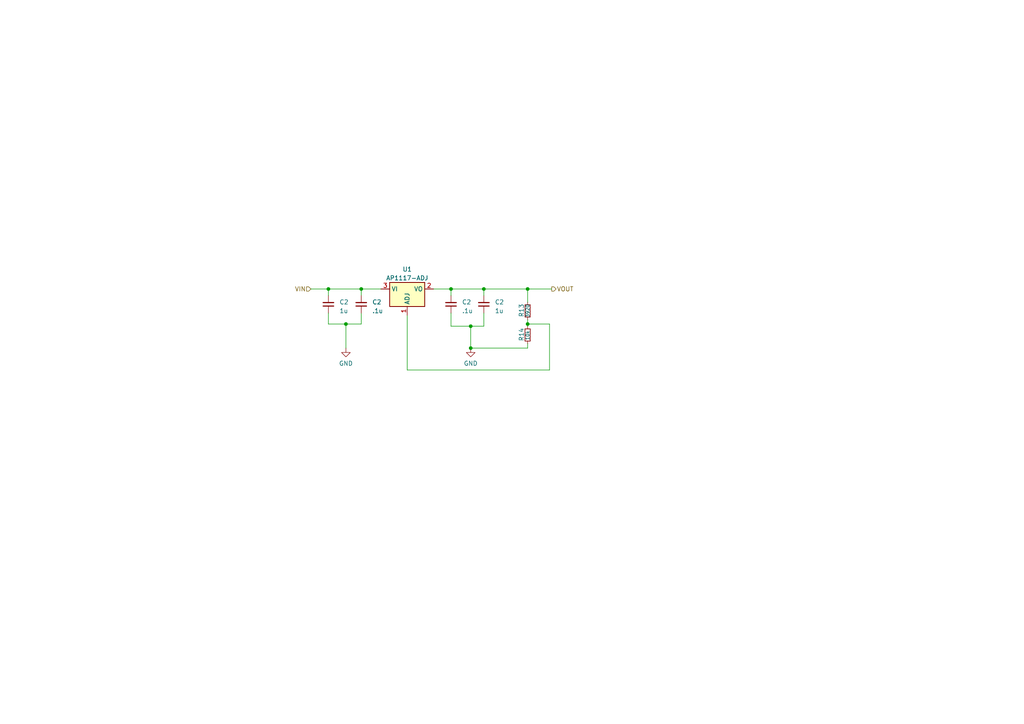
<source format=kicad_sch>
(kicad_sch (version 20230121) (generator eeschema)
  (paper "A4")
  (lib_symbols
    (symbol "Device:C_Small" (pin_numbers hide) (pin_names (offset 0.254) hide)
      (property "Reference" "C" (at 0.254 1.778 0))
      (property "Value" "C_Small" (at 0.254 -2.032 0))
      (symbol "C_Small_0_1"
        (polyline (pts (xy -1.524 -0.508) (xy 1.524 -0.508)) (stroke (width 0.3302)))
        (polyline (pts (xy -1.524 0.508) (xy 1.524 0.508)) (stroke (width 0.3048)))
      )
      (symbol "C_Small_1_1"
        (pin passive line (at 0 2.54 270) (length 2.032) (name "~") (number "1"))
        (pin passive line (at 0 -2.54 90) (length 2.032) (name "~") (number "2"))
      )
    )
    (symbol "Device:R_Small" (pin_numbers hide) (pin_names (offset 0.254) hide)
      (property "Reference" "R" (at 0.762 0.508 0))
      (property "Value" "R_Small" (at 0.762 -1.016 0))
      (symbol "R_Small_0_1"
        (rectangle (start -0.762 1.778) (end 0.762 -1.778) (stroke (width 0.2032)))
      )
      (symbol "R_Small_1_1"
        (pin passive line (at 0 2.54 270) (length 0.762) (name "~") (number "1"))
        (pin passive line (at 0 -2.54 90) (length 0.762) (name "~") (number "2"))
      )
    )
    (symbol "Regulator_Linear:AP1117-ADJ"
      (property "Reference" "U" (at -3.81 3.175 0))
      (property "Value" "AP1117-ADJ" (at 0 3.175 0))
      (symbol "AP1117-ADJ_0_1"
        (rectangle (start -5.08 -5.08) (end 5.08 1.905) (stroke (width 0.254)) (fill (type background)))
      )
      (symbol "AP1117-ADJ_1_1"
        (pin input line (at 0 -7.62 90) (length 2.54) (name "ADJ") (number "1"))
        (pin power_out line (at 7.62 0 180) (length 2.54) (name "VO") (number "2"))
        (pin power_in line (at -7.62 0 0) (length 2.54) (name "VI") (number "3"))
      )
    )
    (symbol "power:GND" (power) (pin_names (offset 0))
      (property "Value" "GND" (at 0 -3.81 0))
      (symbol "GND_0_1"
        (polyline (pts (xy 0 0) (xy 0 -1.27) (xy 1.27 -1.27) (xy 0 -2.54) (xy -1.27 -1.27) (xy 0 -1.27)))
      )
      (symbol "GND_1_1"
        (pin power_in line (at 0 0 270) (length 0) hide (name "GND") (number "1"))
      )
    )
  )
  (junction (at 100.33 93.98))
  (junction (at 95.25 83.82))
  (junction (at 153.035 93.98))
  (junction (at 130.81 83.82))
  (junction (at 140.335 83.82))
  (junction (at 104.775 83.82))
  (junction (at 153.035 83.82))
  (junction (at 136.525 100.965))
  (junction (at 136.525 94.615))
  (wire (pts (xy 104.775 90.805) (xy 104.775 93.98)))
  (wire (pts (xy 118.11 107.315) (xy 159.385 107.315)))
  (wire (pts (xy 136.525 94.615) (xy 140.335 94.615)))
  (wire (pts (xy 140.335 83.82) (xy 140.335 85.725)))
  (wire (pts (xy 153.035 92.71) (xy 153.035 93.98)))
  (wire (pts (xy 125.73 83.82) (xy 130.81 83.82)))
  (wire (pts (xy 159.385 93.98) (xy 153.035 93.98)))
  (wire (pts (xy 100.33 93.98) (xy 100.33 100.965)))
  (wire (pts (xy 153.035 93.98) (xy 153.035 94.615)))
  (wire (pts (xy 110.49 83.82) (xy 104.775 83.82)))
  (wire (pts (xy 100.33 93.98) (xy 104.775 93.98)))
  (wire (pts (xy 104.775 83.82) (xy 104.775 85.725)))
  (wire (pts (xy 95.25 83.82) (xy 104.775 83.82)))
  (wire (pts (xy 160.02 83.82) (xy 153.035 83.82)))
  (wire (pts (xy 159.385 107.315) (xy 159.385 93.98)))
  (wire (pts (xy 130.81 83.82) (xy 140.335 83.82)))
  (wire (pts (xy 130.81 90.805) (xy 130.81 94.615)))
  (wire (pts (xy 130.81 94.615) (xy 136.525 94.615)))
  (wire (pts (xy 90.17 83.82) (xy 95.25 83.82)))
  (wire (pts (xy 136.525 94.615) (xy 136.525 100.965)))
  (wire (pts (xy 153.035 83.82) (xy 153.035 87.63)))
  (wire (pts (xy 95.25 85.725) (xy 95.25 83.82)))
  (wire (pts (xy 95.25 93.98) (xy 100.33 93.98)))
  (wire (pts (xy 118.11 91.44) (xy 118.11 107.315)))
  (wire (pts (xy 153.035 99.695) (xy 153.035 100.965)))
  (wire (pts (xy 130.81 83.82) (xy 130.81 85.725)))
  (wire (pts (xy 95.25 90.805) (xy 95.25 93.98)))
  (wire (pts (xy 136.525 100.965) (xy 153.035 100.965)))
  (wire (pts (xy 140.335 90.805) (xy 140.335 94.615)))
  (wire (pts (xy 140.335 83.82) (xy 153.035 83.82)))
  (hierarchical_label "VIN" (shape input) (at 90.17 83.82 180))
  (hierarchical_label "VOUT" (shape output) (at 160.02 83.82 0))
  (symbol (lib_id "Device:C_Small") (at 104.775 88.265 180) (unit 1)
    (property "Reference" "C2" (at 107.95 87.6236 0) (effects (justify right)))
    (property "Value" ".1u" (at 107.95 90.1636 0) (effects (justify right)))
    (instances (project "d-lev-io" (path "" (reference "C2") (unit 1)) (path "" (reference "C12") (unit 1)) (path "" (reference "C13") (unit 1))))
  )
  (symbol (lib_id "Device:R_Small") (at 153.035 97.155 180) (unit 1)
    (property "Reference" "R14" (at 151.257 97.028 90))
    (property "Value" "10k" (at 153.035 97.282 90) (effects (font (size 1 1))))
    (property "Footprint" "Resistor_SMD:R_0805_2012Metric_Pad1.20x1.40mm_HandSolder" (effects hide))
    (property "Tolerance" "1%" (effects hide))
    (instances (project "d-lev-io" (path "" (reference "R14") (unit 1)) (path "" (reference "R12") (unit 1))) (project "dlev-mini" (path "" (reference "R5") (unit 1))))
  )
  (symbol (lib_id "Device:C_Small") (at 140.335 88.265 180) (unit 1)
    (property "Reference" "C2" (at 143.51 87.6236 0) (effects (justify right)))
    (property "Value" "1u" (at 143.51 90.1636 0) (effects (justify right)))
    (instances (project "d-lev-io" (path "" (reference "C2") (unit 1)) (path "" (reference "C14") (unit 1)) (path "" (reference "C15") (unit 1))))
  )
  (symbol (lib_id "Device:C_Small") (at 95.25 88.265 180) (unit 1)
    (property "Reference" "C2" (at 98.425 87.6236 0) (effects (justify right)))
    (property "Value" "1u" (at 98.425 90.1636 0) (effects (justify right)))
    (instances (project "d-lev-io" (path "" (reference "C2") (unit 1)) (path "" (reference "C13") (unit 1)) (path "" (reference "C12") (unit 1))))
  )
  (symbol (lib_id "power:GND") (at 136.525 100.965 0) (unit 1)
    (property "Reference" "#PWR026" (effects hide))
    (property "Value" "GND" (at 136.525 105.41 0))
    (instances (project "d-lev-io" (path "" (reference "#PWR026") (unit 1)) (path "" (reference "#PWR025") (unit 1))) (project "dlev-mini" (path "" (reference "#PWR0141") (unit 1))))
  )
  (symbol (lib_id "Device:C_Small") (at 130.81 88.265 180) (unit 1)
    (property "Reference" "C2" (at 133.985 87.6236 0) (effects (justify right)))
    (property "Value" ".1u" (at 133.985 90.1636 0) (effects (justify right)))
    (instances (project "d-lev-io" (path "" (reference "C2") (unit 1)) (path "" (reference "C15") (unit 1)) (path "" (reference "C14") (unit 1))))
  )
  (symbol (lib_id "power:GND") (at 100.33 100.965 0) (unit 1)
    (property "Reference" "#PWR029" (effects hide))
    (property "Value" "GND" (at 100.33 105.41 0))
    (instances (project "d-lev-io" (path "" (reference "#PWR029") (unit 1)) (path "" (reference "#PWR024") (unit 1))) (project "dlev-mini" (path "" (reference "#PWR0141") (unit 1))))
  )
  (symbol (lib_id "Regulator_Linear:AP1117-ADJ") (at 118.11 83.82 0) (unit 1)
    (property "Reference" "U1" (at 118.11 78.105 0))
    (property "Value" "AP1117-ADJ" (at 118.11 80.645 0))
    (property "Footprint" "Package_TO_SOT_SMD:SOT-223-3_TabPin2" (effects hide))
    (property "Datasheet" "http://www.diodes.com/datasheets/AP1117.pdf" (effects hide))
  )
  (symbol (lib_id "Device:R_Small") (at 153.035 90.17 180) (unit 1)
    (property "Reference" "R13" (at 151.257 90.043 90))
    (property "Value" "3920" (at 153.035 90.17 90) (effects (font (size 1 1))))
    (property "Footprint" "Resistor_SMD:R_0805_2012Metric_Pad1.20x1.40mm_HandSolder" (effects hide))
    (property "Tolerance" "1%" (effects hide))
    (instances (project "d-lev-io" (path "" (reference "R13") (unit 1)) (path "" (reference "R11") (unit 1))) (project "dlev-mini" (path "" (reference "R5") (unit 1))))
  )
)
</source>
